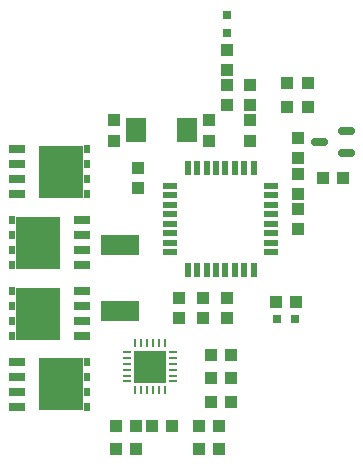
<source format=gtp>
G75*
%MOIN*%
%OFA0B0*%
%FSLAX25Y25*%
%IPPOS*%
%LPD*%
%AMOC8*
5,1,8,0,0,1.08239X$1,22.5*
%
%ADD10R,0.03937X0.04331*%
%ADD11R,0.04331X0.03937*%
%ADD12R,0.03150X0.03150*%
%ADD13R,0.02200X0.05000*%
%ADD14R,0.05000X0.02200*%
%ADD15R,0.02323X0.02795*%
%ADD16R,0.05402X0.02795*%
%ADD17R,0.15157X0.17795*%
%ADD18R,0.12598X0.07087*%
%ADD19R,0.11024X0.11024*%
%ADD20R,0.00906X0.03150*%
%ADD21R,0.03150X0.00906*%
%ADD22R,0.07000X0.08000*%
%ADD23C,0.02559*%
D10*
X0152549Y0024987D03*
X0159242Y0024987D03*
X0159242Y0032861D03*
X0152549Y0032861D03*
X0156486Y0048609D03*
X0163179Y0048609D03*
X0161801Y0068885D03*
X0153927Y0068885D03*
X0153927Y0075577D03*
X0161801Y0075577D03*
X0178140Y0074199D03*
X0184833Y0074199D03*
X0193888Y0115538D03*
X0200581Y0115538D03*
X0188770Y0139160D03*
X0182077Y0139160D03*
X0182077Y0147034D03*
X0188770Y0147034D03*
X0169675Y0146444D03*
X0169675Y0139751D03*
X0161801Y0139751D03*
X0155896Y0134633D03*
X0155896Y0127940D03*
X0161801Y0146444D03*
X0124400Y0134633D03*
X0124400Y0127940D03*
D11*
X0132274Y0118885D03*
X0132274Y0112192D03*
X0169675Y0127940D03*
X0169675Y0134633D03*
X0185423Y0128727D03*
X0185423Y0122034D03*
X0185423Y0116916D03*
X0185423Y0110223D03*
X0185423Y0105105D03*
X0185423Y0098412D03*
X0146053Y0075577D03*
X0146053Y0068885D03*
X0156486Y0056483D03*
X0163179Y0056483D03*
X0163179Y0040735D03*
X0156486Y0040735D03*
X0143494Y0032861D03*
X0136801Y0032861D03*
X0131683Y0032861D03*
X0124990Y0032861D03*
X0124990Y0024987D03*
X0131683Y0024987D03*
X0161801Y0151562D03*
X0161801Y0158255D03*
D12*
X0161801Y0163766D03*
X0161801Y0169672D03*
X0178534Y0068294D03*
X0184439Y0068294D03*
D13*
X0170856Y0084859D03*
X0167707Y0084859D03*
X0164557Y0084859D03*
X0161408Y0084859D03*
X0158258Y0084859D03*
X0155108Y0084859D03*
X0151959Y0084859D03*
X0148809Y0084859D03*
X0148809Y0118659D03*
X0151959Y0118659D03*
X0155108Y0118659D03*
X0158258Y0118659D03*
X0161408Y0118659D03*
X0164557Y0118659D03*
X0167707Y0118659D03*
X0170856Y0118659D03*
D14*
X0176733Y0112782D03*
X0176733Y0109633D03*
X0176733Y0106483D03*
X0176733Y0103333D03*
X0176733Y0100184D03*
X0176733Y0097034D03*
X0176733Y0093885D03*
X0176733Y0090735D03*
X0142933Y0090735D03*
X0142933Y0093885D03*
X0142933Y0097034D03*
X0142933Y0100184D03*
X0142933Y0103333D03*
X0142933Y0106483D03*
X0142933Y0109633D03*
X0142933Y0112782D03*
D15*
X0090301Y0062762D03*
X0090301Y0067762D03*
X0090301Y0072762D03*
X0090301Y0077762D03*
X0090301Y0086385D03*
X0090301Y0091385D03*
X0090301Y0096385D03*
X0090301Y0101385D03*
X0115191Y0110007D03*
X0115191Y0115007D03*
X0115191Y0120007D03*
X0115191Y0125007D03*
X0115191Y0054140D03*
X0115191Y0049140D03*
X0115191Y0044140D03*
X0115191Y0039140D03*
D16*
X0091841Y0039140D03*
X0091841Y0044140D03*
X0091841Y0049140D03*
X0091841Y0054140D03*
X0113652Y0062762D03*
X0113652Y0067762D03*
X0113652Y0072762D03*
X0113652Y0077762D03*
X0113652Y0086385D03*
X0113652Y0091385D03*
X0113652Y0096385D03*
X0113652Y0101385D03*
X0091841Y0110007D03*
X0091841Y0115007D03*
X0091841Y0120007D03*
X0091841Y0125007D03*
D17*
X0106451Y0117507D03*
X0099041Y0093885D03*
X0099041Y0070262D03*
X0106451Y0046640D03*
D18*
X0126368Y0071050D03*
X0126368Y0093097D03*
D19*
X0136211Y0052546D03*
D20*
X0137195Y0044770D03*
X0139163Y0044770D03*
X0141132Y0044770D03*
X0135226Y0044770D03*
X0133258Y0044770D03*
X0131289Y0044770D03*
X0131289Y0060322D03*
X0133258Y0060322D03*
X0135226Y0060322D03*
X0137195Y0060322D03*
X0139163Y0060322D03*
X0141132Y0060322D03*
D21*
X0143986Y0057467D03*
X0143986Y0055499D03*
X0143986Y0053530D03*
X0143986Y0051562D03*
X0143986Y0049593D03*
X0143986Y0047625D03*
X0128435Y0047625D03*
X0128435Y0049593D03*
X0128435Y0051562D03*
X0128435Y0053530D03*
X0128435Y0055499D03*
X0128435Y0057467D03*
D22*
X0131648Y0131286D03*
X0148648Y0131286D03*
D23*
X0191230Y0127349D02*
X0191230Y0127349D01*
X0194184Y0127349D01*
X0194184Y0127349D01*
X0191230Y0127349D01*
X0200285Y0123609D02*
X0200285Y0123609D01*
X0203239Y0123609D01*
X0203239Y0123609D01*
X0200285Y0123609D01*
X0200285Y0131089D02*
X0200285Y0131089D01*
X0203239Y0131089D01*
X0203239Y0131089D01*
X0200285Y0131089D01*
M02*

</source>
